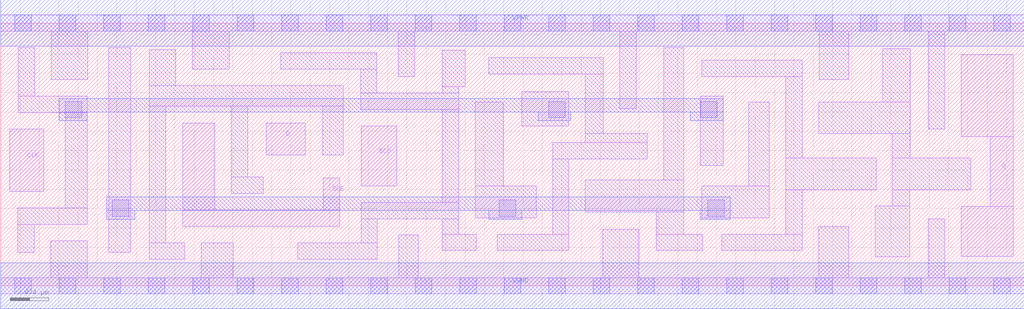
<source format=lef>
# Copyright 2020 The SkyWater PDK Authors
#
# Licensed under the Apache License, Version 2.0 (the "License");
# you may not use this file except in compliance with the License.
# You may obtain a copy of the License at
#
#     https://www.apache.org/licenses/LICENSE-2.0
#
# Unless required by applicable law or agreed to in writing, software
# distributed under the License is distributed on an "AS IS" BASIS,
# WITHOUT WARRANTIES OR CONDITIONS OF ANY KIND, either express or implied.
# See the License for the specific language governing permissions and
# limitations under the License.
#
# SPDX-License-Identifier: Apache-2.0

VERSION 5.7 ;
BUSBITCHARS "[]" ;
DIVIDERCHAR "/" ;
PROPERTYDEFINITIONS
  MACRO maskLayoutSubType STRING ;
  MACRO prCellType STRING ;
  MACRO originalViewName STRING ;
END PROPERTYDEFINITIONS
MACRO sky130_fd_sc_hdll__sdfxtp_1
  ORIGIN  0.000000  0.000000 ;
  CLASS CORE ;
  SYMMETRY X Y R90 ;
  SIZE  10.58000 BY  2.720000 ;
  SITE unithd ;
  PIN CLK
    ANTENNAGATEAREA  0.178200 ;
    DIRECTION INPUT ;
    USE SIGNAL ;
    PORT
      LAYER li1 ;
        RECT 0.095000 0.975000 0.445000 1.625000 ;
    END
  END CLK
  PIN D
    ANTENNAGATEAREA  0.178200 ;
    DIRECTION INPUT ;
    USE SIGNAL ;
    PORT
      LAYER li1 ;
        RECT 2.745000 1.355000 3.150000 1.685000 ;
    END
  END D
  PIN Q
    ANTENNADIFFAREA  0.471500 ;
    DIRECTION OUTPUT ;
    USE SIGNAL ;
    PORT
      LAYER li1 ;
        RECT  9.930000 0.305000 10.470000 0.820000 ;
        RECT  9.930000 1.545000 10.470000 2.395000 ;
        RECT 10.230000 0.820000 10.470000 1.545000 ;
    END
  END Q
  PIN SCD
    ANTENNAGATEAREA  0.178200 ;
    DIRECTION INPUT ;
    USE SIGNAL ;
    PORT
      LAYER li1 ;
        RECT 3.725000 1.035000 4.095000 1.655000 ;
    END
  END SCD
  PIN SCE
    ANTENNAGATEAREA  0.356400 ;
    DIRECTION INPUT ;
    USE SIGNAL ;
    PORT
      LAYER li1 ;
        RECT 1.880000 0.615000 3.505000 0.785000 ;
        RECT 1.880000 0.785000 2.215000 1.685000 ;
        RECT 3.335000 0.785000 3.505000 1.115000 ;
    END
  END SCE
  PIN VGND
    DIRECTION INOUT ;
    USE SIGNAL ;
    PORT
      LAYER met1 ;
        RECT 0.000000 -0.240000 10.580000 0.240000 ;
    END
  END VGND
  PIN VPWR
    DIRECTION INOUT ;
    USE SIGNAL ;
    PORT
      LAYER met1 ;
        RECT 0.000000 2.480000 10.580000 2.960000 ;
    END
  END VPWR
  OBS
    LAYER li1 ;
      RECT 0.000000 -0.085000 10.580000 0.085000 ;
      RECT 0.000000  2.635000 10.580000 2.805000 ;
      RECT 0.175000  0.345000  0.345000 0.635000 ;
      RECT 0.175000  0.635000  0.895000 0.805000 ;
      RECT 0.180000  1.795000  0.895000 1.965000 ;
      RECT 0.180000  1.965000  0.350000 2.465000 ;
      RECT 0.515000  0.085000  0.895000 0.465000 ;
      RECT 0.520000  2.135000  0.900000 2.635000 ;
      RECT 0.665000  0.805000  0.895000 1.795000 ;
      RECT 1.115000  0.345000  1.345000 2.465000 ;
      RECT 1.535000  0.275000  1.905000 0.445000 ;
      RECT 1.535000  0.445000  1.705000 1.860000 ;
      RECT 1.535000  1.860000  3.540000 2.075000 ;
      RECT 1.535000  2.075000  1.810000 2.445000 ;
      RECT 1.980000  2.245000  2.360000 2.635000 ;
      RECT 2.075000  0.085000  2.405000 0.445000 ;
      RECT 2.385000  0.955000  2.715000 1.125000 ;
      RECT 2.385000  1.125000  2.555000 1.860000 ;
      RECT 2.895000  2.245000  3.890000 2.415000 ;
      RECT 3.070000  0.275000  3.895000 0.445000 ;
      RECT 3.330000  1.355000  3.540000 1.860000 ;
      RECT 3.720000  1.825000  4.735000 1.995000 ;
      RECT 3.720000  1.995000  3.890000 2.245000 ;
      RECT 3.725000  0.445000  3.895000 0.695000 ;
      RECT 3.725000  0.695000  4.735000 0.865000 ;
      RECT 4.110000  2.165000  4.280000 2.635000 ;
      RECT 4.115000  0.085000  4.315000 0.525000 ;
      RECT 4.565000  0.365000  4.915000 0.535000 ;
      RECT 4.565000  0.535000  4.735000 0.695000 ;
      RECT 4.565000  0.865000  4.735000 1.825000 ;
      RECT 4.565000  1.995000  4.735000 2.065000 ;
      RECT 4.565000  2.065000  4.800000 2.440000 ;
      RECT 4.905000  0.705000  5.535000 1.035000 ;
      RECT 4.905000  1.035000  5.195000 1.905000 ;
      RECT 5.045000  2.190000  6.230000 2.360000 ;
      RECT 5.135000  0.365000  5.875000 0.535000 ;
      RECT 5.385000  1.655000  5.875000 2.010000 ;
      RECT 5.705000  0.535000  5.875000 1.315000 ;
      RECT 5.705000  1.315000  6.685000 1.485000 ;
      RECT 6.045000  0.765000  7.060000 1.095000 ;
      RECT 6.045000  1.485000  6.685000 1.575000 ;
      RECT 6.045000  1.575000  6.230000 2.190000 ;
      RECT 6.225000  0.085000  6.595000 0.585000 ;
      RECT 6.400000  1.835000  6.570000 2.635000 ;
      RECT 6.775000  0.365000  7.260000 0.535000 ;
      RECT 6.775000  0.535000  7.060000 0.765000 ;
      RECT 6.855000  1.095000  7.060000 2.465000 ;
      RECT 7.230000  1.245000  7.470000 1.965000 ;
      RECT 7.250000  0.705000  7.945000 1.035000 ;
      RECT 7.250000  2.165000  8.285000 2.335000 ;
      RECT 7.455000  0.365000  8.285000 0.535000 ;
      RECT 7.735000  1.035000  7.945000 1.905000 ;
      RECT 8.115000  0.535000  8.285000 0.995000 ;
      RECT 8.115000  0.995000  9.050000 1.325000 ;
      RECT 8.115000  1.325000  8.285000 2.165000 ;
      RECT 8.455000  0.085000  8.770000 0.615000 ;
      RECT 8.455000  1.575000  9.405000 1.905000 ;
      RECT 8.465000  2.135000  8.770000 2.635000 ;
      RECT 9.040000  0.300000  9.400000 0.825000 ;
      RECT 9.120000  1.905000  9.405000 2.455000 ;
      RECT 9.220000  0.825000  9.400000 0.995000 ;
      RECT 9.220000  0.995000 10.030000 1.325000 ;
      RECT 9.220000  1.325000  9.405000 1.575000 ;
      RECT 9.590000  0.085000  9.760000 0.695000 ;
      RECT 9.590000  1.625000  9.760000 2.635000 ;
    LAYER mcon ;
      RECT  0.145000 -0.085000  0.315000 0.085000 ;
      RECT  0.145000  2.635000  0.315000 2.805000 ;
      RECT  0.605000 -0.085000  0.775000 0.085000 ;
      RECT  0.605000  2.635000  0.775000 2.805000 ;
      RECT  0.665000  1.740000  0.835000 1.910000 ;
      RECT  1.065000 -0.085000  1.235000 0.085000 ;
      RECT  1.065000  2.635000  1.235000 2.805000 ;
      RECT  1.155000  0.720000  1.325000 0.890000 ;
      RECT  1.525000 -0.085000  1.695000 0.085000 ;
      RECT  1.525000  2.635000  1.695000 2.805000 ;
      RECT  1.985000 -0.085000  2.155000 0.085000 ;
      RECT  1.985000  2.635000  2.155000 2.805000 ;
      RECT  2.445000 -0.085000  2.615000 0.085000 ;
      RECT  2.445000  2.635000  2.615000 2.805000 ;
      RECT  2.905000 -0.085000  3.075000 0.085000 ;
      RECT  2.905000  2.635000  3.075000 2.805000 ;
      RECT  3.365000 -0.085000  3.535000 0.085000 ;
      RECT  3.365000  2.635000  3.535000 2.805000 ;
      RECT  3.825000 -0.085000  3.995000 0.085000 ;
      RECT  3.825000  2.635000  3.995000 2.805000 ;
      RECT  4.285000 -0.085000  4.455000 0.085000 ;
      RECT  4.285000  2.635000  4.455000 2.805000 ;
      RECT  4.745000 -0.085000  4.915000 0.085000 ;
      RECT  4.745000  2.635000  4.915000 2.805000 ;
      RECT  5.155000  0.720000  5.325000 0.890000 ;
      RECT  5.205000 -0.085000  5.375000 0.085000 ;
      RECT  5.205000  2.635000  5.375000 2.805000 ;
      RECT  5.665000 -0.085000  5.835000 0.085000 ;
      RECT  5.665000  1.740000  5.835000 1.910000 ;
      RECT  5.665000  2.635000  5.835000 2.805000 ;
      RECT  6.125000 -0.085000  6.295000 0.085000 ;
      RECT  6.125000  2.635000  6.295000 2.805000 ;
      RECT  6.585000 -0.085000  6.755000 0.085000 ;
      RECT  6.585000  2.635000  6.755000 2.805000 ;
      RECT  7.045000 -0.085000  7.215000 0.085000 ;
      RECT  7.045000  2.635000  7.215000 2.805000 ;
      RECT  7.240000  1.740000  7.410000 1.910000 ;
      RECT  7.310000  0.720000  7.480000 0.890000 ;
      RECT  7.505000 -0.085000  7.675000 0.085000 ;
      RECT  7.505000  2.635000  7.675000 2.805000 ;
      RECT  7.965000 -0.085000  8.135000 0.085000 ;
      RECT  7.965000  2.635000  8.135000 2.805000 ;
      RECT  8.425000 -0.085000  8.595000 0.085000 ;
      RECT  8.425000  2.635000  8.595000 2.805000 ;
      RECT  8.885000 -0.085000  9.055000 0.085000 ;
      RECT  8.885000  2.635000  9.055000 2.805000 ;
      RECT  9.345000 -0.085000  9.515000 0.085000 ;
      RECT  9.345000  2.635000  9.515000 2.805000 ;
      RECT  9.805000 -0.085000  9.975000 0.085000 ;
      RECT  9.805000  2.635000  9.975000 2.805000 ;
      RECT 10.265000 -0.085000 10.435000 0.085000 ;
      RECT 10.265000  2.635000 10.435000 2.805000 ;
    LAYER met1 ;
      RECT 0.605000 1.710000 0.895000 1.800000 ;
      RECT 0.605000 1.800000 7.470000 1.940000 ;
      RECT 1.095000 0.690000 1.385000 0.780000 ;
      RECT 1.095000 0.780000 7.540000 0.920000 ;
      RECT 5.045000 0.690000 5.385000 0.780000 ;
      RECT 5.555000 1.710000 5.895000 1.800000 ;
      RECT 7.130000 1.710000 7.470000 1.800000 ;
      RECT 7.230000 0.690000 7.540000 0.780000 ;
  END
  PROPERTY maskLayoutSubType "abstract" ;
  PROPERTY prCellType "standard" ;
  PROPERTY originalViewName "layout" ;
END sky130_fd_sc_hdll__sdfxtp_1
END LIBRARY

</source>
